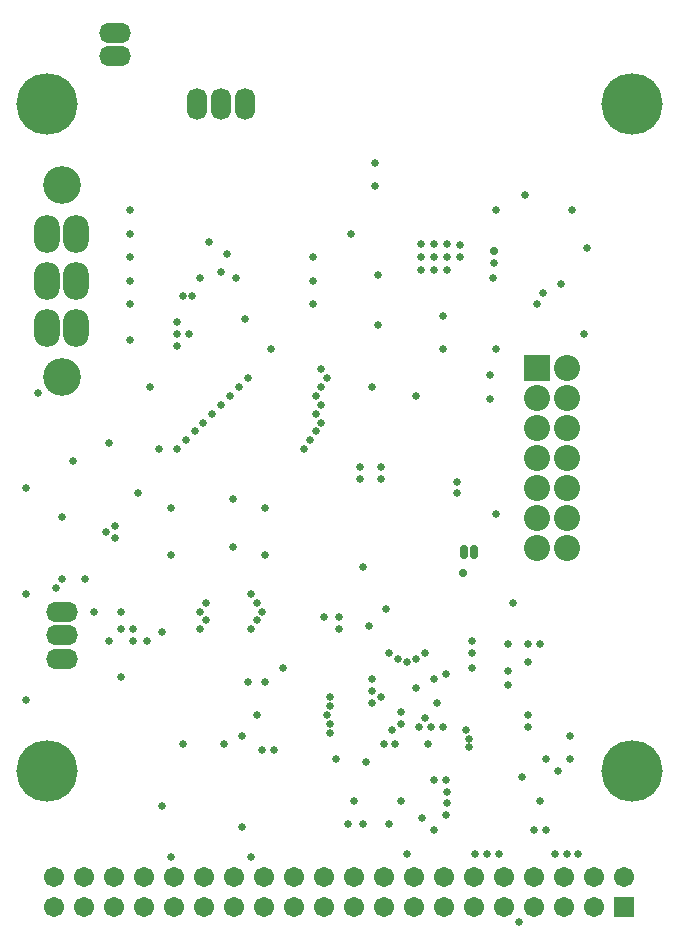
<source format=gbs>
%FSLAX25Y25*%
%MOIN*%
G70*
G01*
G75*
G04 Layer_Color=16711935*
%ADD10C,0.00492*%
%ADD11R,0.03937X0.01811*%
%ADD12R,0.01811X0.01811*%
%ADD13R,0.13386X0.13386*%
%ADD14O,0.00787X0.02559*%
%ADD15O,0.02559X0.00787*%
%ADD16R,0.02835X0.03937*%
%ADD17R,0.03937X0.02835*%
%ADD18R,0.04134X0.04528*%
%ADD19O,0.01772X0.05512*%
%ADD20R,0.03740X0.02559*%
%ADD21R,0.03150X0.02165*%
%ADD22R,0.02559X0.03740*%
%ADD23R,0.03937X0.02362*%
G04:AMPARAMS|DCode=24|XSize=118.11mil|YSize=118.11mil|CornerRadius=0mil|HoleSize=0mil|Usage=FLASHONLY|Rotation=270.000|XOffset=0mil|YOffset=0mil|HoleType=Round|Shape=Octagon|*
%AMOCTAGOND24*
4,1,8,-0.02953,-0.05906,0.02953,-0.05906,0.05906,-0.02953,0.05906,0.02953,0.02953,0.05906,-0.02953,0.05906,-0.05906,0.02953,-0.05906,-0.02953,-0.02953,-0.05906,0.0*
%
%ADD24OCTAGOND24*%

%ADD25R,0.02362X0.03937*%
%ADD26R,0.05512X0.03543*%
%ADD27O,0.01181X0.05512*%
%ADD28O,0.05512X0.01181*%
%ADD29O,0.05709X0.01181*%
%ADD30O,0.01181X0.05709*%
%ADD31R,0.06496X0.04724*%
%ADD32C,0.01142*%
%ADD33R,0.01378X0.03740*%
%ADD34R,0.02953X0.06496*%
%ADD35R,0.03347X0.01575*%
%ADD36C,0.00984*%
%ADD37C,0.01969*%
%ADD38C,0.00500*%
%ADD39C,0.01575*%
%ADD40C,0.00787*%
%ADD41C,0.01000*%
%ADD42O,0.09843X0.05906*%
%ADD43R,0.07874X0.07874*%
%ADD44C,0.07874*%
%ADD45R,0.05906X0.05906*%
%ADD46C,0.05906*%
%ADD47O,0.05906X0.09843*%
%ADD48C,0.11811*%
%ADD49O,0.07874X0.11811*%
%ADD50C,0.19685*%
%ADD51O,0.01969X0.03937*%
%ADD52C,0.01969*%
%ADD53R,0.01969X0.04921*%
%ADD54C,0.00394*%
%ADD55C,0.02362*%
%ADD56C,0.00591*%
%ADD57R,0.14186X0.14186*%
%ADD58O,0.01587X0.03359*%
%ADD59O,0.03359X0.01587*%
%ADD60R,0.03635X0.04737*%
%ADD61R,0.04737X0.03635*%
%ADD62R,0.04934X0.05328*%
%ADD63O,0.02572X0.06312*%
%ADD64R,0.04540X0.03359*%
%ADD65R,0.03950X0.02965*%
%ADD66R,0.03359X0.04540*%
%ADD67R,0.04737X0.03162*%
G04:AMPARAMS|DCode=68|XSize=126.11mil|YSize=126.11mil|CornerRadius=0mil|HoleSize=0mil|Usage=FLASHONLY|Rotation=270.000|XOffset=0mil|YOffset=0mil|HoleType=Round|Shape=Octagon|*
%AMOCTAGOND68*
4,1,8,-0.03153,-0.06306,0.03153,-0.06306,0.06306,-0.03153,0.06306,0.03153,0.03153,0.06306,-0.03153,0.06306,-0.06306,0.03153,-0.06306,-0.03153,-0.03153,-0.06306,0.0*
%
%ADD68OCTAGOND68*%

%ADD69R,0.03162X0.04737*%
%ADD70R,0.06312X0.04343*%
%ADD71O,0.01981X0.06312*%
%ADD72O,0.06312X0.01981*%
%ADD73O,0.06509X0.01981*%
%ADD74O,0.01981X0.06509*%
%ADD75R,0.07296X0.05524*%
%ADD76C,0.01535*%
%ADD77R,0.01772X0.04134*%
%ADD78R,0.03347X0.06890*%
%ADD79R,0.03819X0.02047*%
%ADD80O,0.10642X0.06706*%
%ADD81R,0.08674X0.08674*%
%ADD82C,0.08674*%
%ADD83R,0.06706X0.06706*%
%ADD84C,0.06706*%
%ADD85O,0.06706X0.10642*%
%ADD86C,0.12611*%
%ADD87O,0.08674X0.12611*%
%ADD88C,0.20485*%
%ADD89O,0.02769X0.04737*%
%ADD90C,0.02559*%
%ADD91C,0.02769*%
D80*
X-92520Y90551D02*
D03*
Y106299D02*
D03*
Y98425D02*
D03*
X-74803Y299213D02*
D03*
Y291339D02*
D03*
D81*
X65945Y187480D02*
D03*
D82*
X75945D02*
D03*
X65945Y177480D02*
D03*
X75945D02*
D03*
X65945Y167480D02*
D03*
X75945D02*
D03*
X65945Y157480D02*
D03*
X75945D02*
D03*
X65945Y147480D02*
D03*
X75945D02*
D03*
X65945Y137480D02*
D03*
X75945D02*
D03*
X65945Y127480D02*
D03*
X75945D02*
D03*
D83*
X95000Y7874D02*
D03*
D84*
X85000D02*
D03*
X75000D02*
D03*
X65000D02*
D03*
X55000D02*
D03*
X45000D02*
D03*
X35000D02*
D03*
X25000D02*
D03*
X15000D02*
D03*
X5000D02*
D03*
X-5000D02*
D03*
X-15000D02*
D03*
X-25000D02*
D03*
X-35000D02*
D03*
X-45000D02*
D03*
X-55000D02*
D03*
X-65000D02*
D03*
X-75000D02*
D03*
X-85000D02*
D03*
X-95000D02*
D03*
Y17874D02*
D03*
X-85000D02*
D03*
X-75000D02*
D03*
X-65000D02*
D03*
X-55000D02*
D03*
X-45000D02*
D03*
X-35000D02*
D03*
X-25000D02*
D03*
X-15000D02*
D03*
X-5000D02*
D03*
X5000D02*
D03*
X15000D02*
D03*
X25000D02*
D03*
X35000D02*
D03*
X45000D02*
D03*
X55000D02*
D03*
X65000D02*
D03*
X75000D02*
D03*
X85000D02*
D03*
X95000D02*
D03*
D85*
X-47244Y275591D02*
D03*
X-31496D02*
D03*
X-39370D02*
D03*
D86*
X-92519Y184645D02*
D03*
Y248425D02*
D03*
D87*
X-87598Y216535D02*
D03*
X-97441D02*
D03*
Y200787D02*
D03*
X-87598D02*
D03*
Y232283D02*
D03*
X-97441D02*
D03*
D88*
X-97441Y53150D02*
D03*
X97441D02*
D03*
X-97441Y275591D02*
D03*
X97441D02*
D03*
D89*
X41607Y125984D02*
D03*
X45007D02*
D03*
D90*
X-31496Y203740D02*
D03*
X27165Y224410D02*
D03*
Y228740D02*
D03*
X31496D02*
D03*
Y224410D02*
D03*
X27165Y220079D02*
D03*
X35827Y224410D02*
D03*
X31496Y220079D02*
D03*
X35827Y228740D02*
D03*
Y220079D02*
D03*
X73819Y215551D02*
D03*
X34449Y204725D02*
D03*
X81693Y198819D02*
D03*
X51181Y217520D02*
D03*
X-22638Y193898D02*
D03*
X-5906Y187008D02*
D03*
X-68898Y100394D02*
D03*
X-63976Y96457D02*
D03*
X-18701Y87599D02*
D03*
X-29528Y112205D02*
D03*
X-59055Y99410D02*
D03*
X-25591Y106299D02*
D03*
X-27559Y103347D02*
D03*
X-32480Y64961D02*
D03*
X-984Y57087D02*
D03*
X-2953Y68898D02*
D03*
X-3937Y71851D02*
D03*
X-2953Y65945D02*
D03*
X-25591Y60039D02*
D03*
X-21654D02*
D03*
X-27559Y109252D02*
D03*
X-44291Y103347D02*
D03*
Y109252D02*
D03*
X-46260Y106299D02*
D03*
X-29528Y100394D02*
D03*
X-46260D02*
D03*
X-77756Y132874D02*
D03*
X-74803Y130906D02*
D03*
X-76772Y96457D02*
D03*
X-74803Y134843D02*
D03*
X-76772Y162402D02*
D03*
X-66929Y145669D02*
D03*
X-84646Y117126D02*
D03*
X-4921Y104331D02*
D03*
X7874Y121063D02*
D03*
X-54134Y194882D02*
D03*
Y202756D02*
D03*
X-52165Y211614D02*
D03*
X-49213D02*
D03*
X-46260Y217520D02*
D03*
X-34449D02*
D03*
X0Y104331D02*
D03*
X9843Y101378D02*
D03*
X15748Y107283D02*
D03*
X-27559Y71850D02*
D03*
X27559Y37402D02*
D03*
X7874Y35433D02*
D03*
X16732D02*
D03*
X2953Y35433D02*
D03*
X22638Y25591D02*
D03*
X31496Y33465D02*
D03*
X10827Y79725D02*
D03*
X76772Y57087D02*
D03*
Y64961D02*
D03*
X62992Y67913D02*
D03*
Y71850D02*
D03*
X20669Y43307D02*
D03*
X45276Y25591D02*
D03*
X49213D02*
D03*
X53150D02*
D03*
X64961Y33465D02*
D03*
X79724Y25591D02*
D03*
X75787D02*
D03*
X71850D02*
D03*
X61024Y51181D02*
D03*
X4921Y43307D02*
D03*
X62992Y95473D02*
D03*
X56102Y81693D02*
D03*
Y95473D02*
D03*
X10827Y83662D02*
D03*
X-32480Y34449D02*
D03*
X10827Y75788D02*
D03*
X8858Y56102D02*
D03*
X60039Y2953D02*
D03*
X-29528Y24606D02*
D03*
X-59055Y41339D02*
D03*
X-69882Y208662D02*
D03*
Y216535D02*
D03*
Y224410D02*
D03*
Y232283D02*
D03*
Y240158D02*
D03*
X-8858Y208662D02*
D03*
Y216535D02*
D03*
Y224410D02*
D03*
X-43307Y229331D02*
D03*
X77756Y240158D02*
D03*
X62008Y245079D02*
D03*
X65945Y208662D02*
D03*
X67913Y212598D02*
D03*
X34449Y193898D02*
D03*
X52165D02*
D03*
X50197Y185039D02*
D03*
Y177165D02*
D03*
X-60039Y160433D02*
D03*
X-62992Y181102D02*
D03*
X-56102Y140748D02*
D03*
X-24606D02*
D03*
X-35433Y127953D02*
D03*
X-56102Y125000D02*
D03*
X-24606D02*
D03*
X66929Y95473D02*
D03*
X58071Y109252D02*
D03*
X52165Y240158D02*
D03*
X40354Y224410D02*
D03*
Y228346D02*
D03*
X11811Y248032D02*
D03*
Y255906D02*
D03*
X12795Y201772D02*
D03*
X-35433Y143701D02*
D03*
X35433Y50197D02*
D03*
X68898Y33465D02*
D03*
X31496Y50197D02*
D03*
X14764Y62008D02*
D03*
X18701D02*
D03*
X30512Y67913D02*
D03*
X26575D02*
D03*
X28543Y70866D02*
D03*
X20669Y68898D02*
D03*
X28543Y92520D02*
D03*
X16732D02*
D03*
X20669Y72835D02*
D03*
X22638Y89567D02*
D03*
X62992D02*
D03*
X56102Y86614D02*
D03*
X12795Y218504D02*
D03*
X25591Y90551D02*
D03*
X19685D02*
D03*
X-2953Y74803D02*
D03*
Y77756D02*
D03*
X29528Y62008D02*
D03*
X43307Y63976D02*
D03*
X72835Y53150D02*
D03*
X68898Y57087D02*
D03*
X43307Y61024D02*
D03*
X42323Y66929D02*
D03*
X35433Y85630D02*
D03*
X34449Y67913D02*
D03*
X32480Y75788D02*
D03*
X31496Y83662D02*
D03*
X25591Y80709D02*
D03*
X13780Y77756D02*
D03*
X0Y100394D02*
D03*
X-37402Y225394D02*
D03*
X-69882Y196850D02*
D03*
X-54134Y160433D02*
D03*
X-51181Y163386D02*
D03*
X-42323Y172244D02*
D03*
X-48228Y166339D02*
D03*
X-50197Y198819D02*
D03*
X-54134D02*
D03*
X-45276Y169291D02*
D03*
X-39370Y175197D02*
D03*
X-36417Y178150D02*
D03*
X-33465Y181102D02*
D03*
X-39370Y219488D02*
D03*
X13780Y154528D02*
D03*
X39370Y149606D02*
D03*
Y145669D02*
D03*
X6890Y150591D02*
D03*
X13780D02*
D03*
X6890Y154528D02*
D03*
X-11811Y160433D02*
D03*
X-7874Y172244D02*
D03*
X-5906Y175197D02*
D03*
X-7874Y178150D02*
D03*
X-5906Y169291D02*
D03*
Y181102D02*
D03*
X-3937Y184055D02*
D03*
X-30512D02*
D03*
X10827Y181102D02*
D03*
X25591Y178150D02*
D03*
X3937Y232283D02*
D03*
X-9843Y163386D02*
D03*
X-7874Y166339D02*
D03*
X-72835Y84646D02*
D03*
X-68898Y96457D02*
D03*
X-72835Y100394D02*
D03*
X-100394Y179134D02*
D03*
X-104331Y147638D02*
D03*
X-72835Y106299D02*
D03*
X-104331Y112205D02*
D03*
X-92520Y117126D02*
D03*
X-94488Y114173D02*
D03*
X-81693Y106299D02*
D03*
X52165Y138780D02*
D03*
X-56102Y24606D02*
D03*
X-88583Y156496D02*
D03*
X-104331Y76772D02*
D03*
X-92520Y137795D02*
D03*
X-52165Y62008D02*
D03*
X-38386D02*
D03*
X17717Y66929D02*
D03*
X44291Y87599D02*
D03*
Y92520D02*
D03*
Y96457D02*
D03*
X66929Y43307D02*
D03*
X-24606Y82677D02*
D03*
X-30512D02*
D03*
X51673Y222638D02*
D03*
X35433Y38386D02*
D03*
X35925Y42323D02*
D03*
Y46260D02*
D03*
X82677Y227362D02*
D03*
D91*
X41339Y119095D02*
D03*
X51673Y226378D02*
D03*
M02*

</source>
